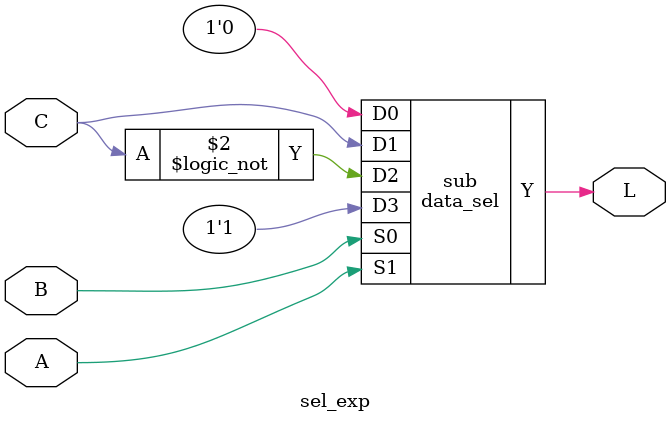
<source format=v>
`timescale 1ns/1ns
module data_sel(
   input             S0     ,
   input             S1     ,
   input             D0     ,
   input             D1     ,
   input             D2     ,
   input             D3     ,
   
   output wire        Y    
);
assign Y = ~S1 & (~S0&D0 | S0&D1) | S1&(~S0&D2 | S0&D3);
endmodule

module sel_exp(
    input A,B,C,
    output L
);

data_sel sub(.S0(B),.S1(A),.D0(0),.D1(C),.D2(!C),.D3(1),.Y(L));

endmodule

</source>
